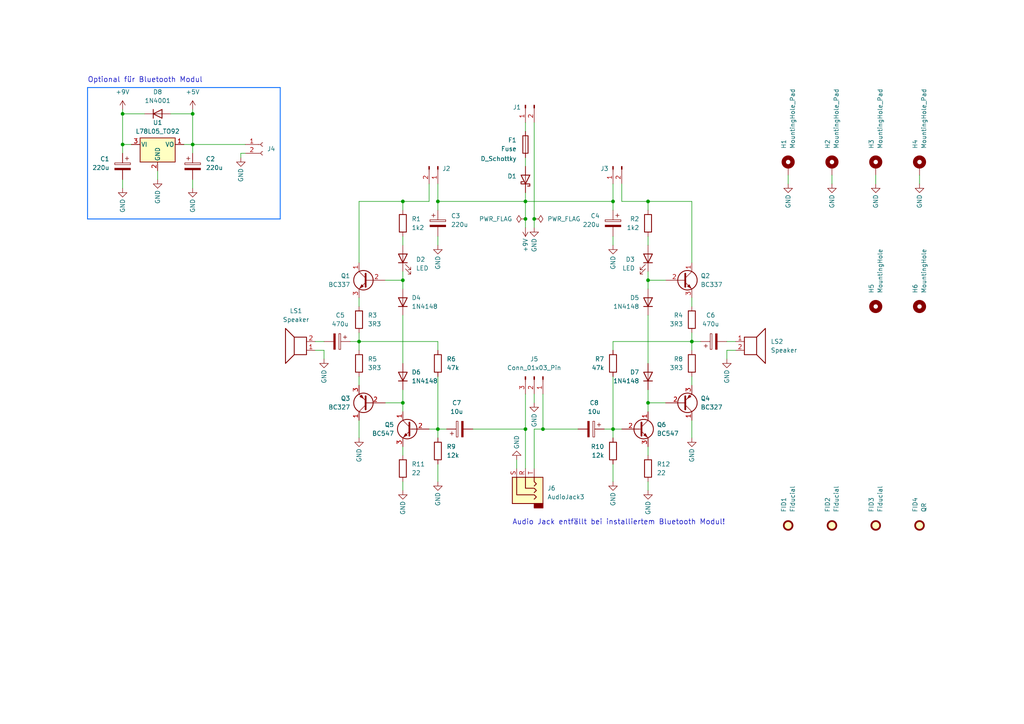
<source format=kicad_sch>
(kicad_sch (version 20230121) (generator eeschema)
  (paper "A4")
  (title_block (title "${acronym} - ${title}") (date "${date}") (rev "${revision}") (company "${company}") (comment 1 "${creator}") (comment 2 "${license}"))
  (lib_symbols
    (symbol "Connector:Conn_01x02_Pin" (pin_names (offset 1.016) hide)
      (property "Reference" "J" (at 0 2.54 0))
      (property "Value" "Conn_01x02_Pin" (at 0 -5.08 0))
      (symbol "Conn_01x02_Pin_1_1"
        (polyline (pts (xy 1.27 -2.54) (xy 0.8636 -2.54)) (stroke (width 0.1524)))
        (polyline (pts (xy 1.27 0) (xy 0.8636 0)) (stroke (width 0.1524)))
        (rectangle (start 0.8636 -2.413) (end 0 -2.667) (stroke (width 0.1524)) (fill (type outline)))
        (rectangle (start 0.8636 0.127) (end 0 -0.127) (stroke (width 0.1524)) (fill (type outline)))
        (pin passive line (at 5.08 0 180) (length 3.81) (name "Pin_1") (number "1"))
        (pin passive line (at 5.08 -2.54 180) (length 3.81) (name "Pin_2") (number "2"))
      )
    )
    (symbol "Connector:Conn_01x02_Socket" (pin_names (offset 1.016) hide)
      (property "Reference" "J" (at 0 2.54 0))
      (property "Value" "Conn_01x02_Socket" (at 0 -5.08 0))
      (symbol "Conn_01x02_Socket_1_1"
        (arc (start 0 -2.032) (mid -0.5058 -2.54) (end 0 -3.048) (stroke (width 0.1524)))
        (polyline (pts (xy -1.27 -2.54) (xy -0.508 -2.54)) (stroke (width 0.1524)))
        (polyline (pts (xy -1.27 0) (xy -0.508 0)) (stroke (width 0.1524)))
        (arc (start 0 0.508) (mid -0.5058 0) (end 0 -0.508) (stroke (width 0.1524)))
        (pin passive line (at -5.08 0 0) (length 3.81) (name "Pin_1") (number "1"))
        (pin passive line (at -5.08 -2.54 0) (length 3.81) (name "Pin_2") (number "2"))
      )
    )
    (symbol "Connector:Conn_01x03_Pin" (pin_names (offset 1.016) hide)
      (property "Reference" "J" (at 0 5.08 0))
      (property "Value" "Conn_01x03_Pin" (at 0 -5.08 0))
      (symbol "Conn_01x03_Pin_1_1"
        (polyline (pts (xy 1.27 -2.54) (xy 0.8636 -2.54)) (stroke (width 0.1524)))
        (polyline (pts (xy 1.27 0) (xy 0.8636 0)) (stroke (width 0.1524)))
        (polyline (pts (xy 1.27 2.54) (xy 0.8636 2.54)) (stroke (width 0.1524)))
        (rectangle (start 0.8636 -2.413) (end 0 -2.667) (stroke (width 0.1524)) (fill (type outline)))
        (rectangle (start 0.8636 0.127) (end 0 -0.127) (stroke (width 0.1524)) (fill (type outline)))
        (rectangle (start 0.8636 2.667) (end 0 2.413) (stroke (width 0.1524)) (fill (type outline)))
        (pin passive line (at 5.08 2.54 180) (length 3.81) (name "Pin_1") (number "1"))
        (pin passive line (at 5.08 0 180) (length 3.81) (name "Pin_2") (number "2"))
        (pin passive line (at 5.08 -2.54 180) (length 3.81) (name "Pin_3") (number "3"))
      )
    )
    (symbol "Connector_Audio:AudioJack3"
      (property "Reference" "J" (at 0 8.89 0))
      (property "Value" "AudioJack3" (at 0 6.35 0))
      (symbol "AudioJack3_0_1"
        (rectangle (start -5.08 -5.08) (end -6.35 -2.54) (stroke (width 0.254)) (fill (type outline)))
        (polyline (pts (xy 0 -2.54) (xy 0.635 -3.175) (xy 1.27 -2.54) (xy 2.54 -2.54)) (stroke (width 0.254)))
        (polyline (pts (xy -1.905 -2.54) (xy -1.27 -3.175) (xy -0.635 -2.54) (xy -0.635 0) (xy 2.54 0)) (stroke (width 0.254)))
        (polyline (pts (xy 2.54 2.54) (xy -2.54 2.54) (xy -2.54 -2.54) (xy -3.175 -3.175) (xy -3.81 -2.54)) (stroke (width 0.254)))
        (rectangle (start 2.54 3.81) (end -5.08 -5.08) (stroke (width 0.254)) (fill (type background)))
      )
      (symbol "AudioJack3_1_1"
        (pin passive line (at 5.08 0 180) (length 2.54) (name "~") (number "R"))
        (pin passive line (at 5.08 2.54 180) (length 2.54) (name "~") (number "S"))
        (pin passive line (at 5.08 -2.54 180) (length 2.54) (name "~") (number "T"))
      )
    )
    (symbol "Device:C_Polarized" (pin_numbers hide) (pin_names (offset 0.254))
      (property "Reference" "C" (at 0.635 2.54 0))
      (property "Value" "C_Polarized" (at 0.635 -2.54 0))
      (symbol "C_Polarized_0_1"
        (rectangle (start -2.286 0.508) (end 2.286 1.016))
        (polyline (pts (xy -1.778 2.286) (xy -0.762 2.286)))
        (polyline (pts (xy -1.27 2.794) (xy -1.27 1.778)))
        (rectangle (start 2.286 -0.508) (end -2.286 -1.016) (fill (type outline)))
      )
      (symbol "C_Polarized_1_1"
        (pin passive line (at 0 3.81 270) (length 2.794) (name "~") (number "1"))
        (pin passive line (at 0 -3.81 90) (length 2.794) (name "~") (number "2"))
      )
    )
    (symbol "Device:D" (pin_numbers hide) (pin_names (offset 1.016) hide)
      (property "Reference" "D" (at 0 2.54 0))
      (property "Value" "D" (at 0 -2.54 0))
      (symbol "D_0_1"
        (polyline (pts (xy -1.27 1.27) (xy -1.27 -1.27)) (stroke (width 0.254)))
        (polyline (pts (xy 1.27 0) (xy -1.27 0)))
        (polyline (pts (xy 1.27 1.27) (xy 1.27 -1.27) (xy -1.27 0) (xy 1.27 1.27)) (stroke (width 0.254)))
      )
      (symbol "D_1_1"
        (pin passive line (at -3.81 0 0) (length 2.54) (name "K") (number "1"))
        (pin passive line (at 3.81 0 180) (length 2.54) (name "A") (number "2"))
      )
    )
    (symbol "Device:D_Schottky" (pin_numbers hide) (pin_names (offset 1.016) hide)
      (property "Reference" "D" (at 0 2.54 0))
      (property "Value" "D_Schottky" (at 0 -2.54 0))
      (symbol "D_Schottky_0_1"
        (polyline (pts (xy 1.27 0) (xy -1.27 0)))
        (polyline (pts (xy 1.27 1.27) (xy 1.27 -1.27) (xy -1.27 0) (xy 1.27 1.27)) (stroke (width 0.254)))
        (polyline (pts (xy -1.905 0.635) (xy -1.905 1.27) (xy -1.27 1.27) (xy -1.27 -1.27) (xy -0.635 -1.27) (xy -0.635 -0.635)) (stroke (width 0.254)))
      )
      (symbol "D_Schottky_1_1"
        (pin passive line (at -3.81 0 0) (length 2.54) (name "K") (number "1"))
        (pin passive line (at 3.81 0 180) (length 2.54) (name "A") (number "2"))
      )
    )
    (symbol "Device:Fuse" (pin_numbers hide) (pin_names (offset 0))
      (property "Reference" "F" (at 2.032 0 90))
      (property "Value" "Fuse" (at -1.905 0 90))
      (symbol "Fuse_0_1"
        (rectangle (start -0.762 -2.54) (end 0.762 2.54) (stroke (width 0.254)))
        (polyline (pts (xy 0 2.54) (xy 0 -2.54)))
      )
      (symbol "Fuse_1_1"
        (pin passive line (at 0 3.81 270) (length 1.27) (name "~") (number "1"))
        (pin passive line (at 0 -3.81 90) (length 1.27) (name "~") (number "2"))
      )
    )
    (symbol "Device:LED" (pin_numbers hide) (pin_names (offset 1.016) hide)
      (property "Reference" "D" (at 0 2.54 0))
      (property "Value" "LED" (at 0 -2.54 0))
      (symbol "LED_0_1"
        (polyline (pts (xy -1.27 -1.27) (xy -1.27 1.27)) (stroke (width 0.254)))
        (polyline (pts (xy -1.27 0) (xy 1.27 0)))
        (polyline (pts (xy 1.27 -1.27) (xy 1.27 1.27) (xy -1.27 0) (xy 1.27 -1.27)) (stroke (width 0.254)))
        (polyline (pts (xy -3.048 -0.762) (xy -4.572 -2.286) (xy -3.81 -2.286) (xy -4.572 -2.286) (xy -4.572 -1.524)))
        (polyline (pts (xy -1.778 -0.762) (xy -3.302 -2.286) (xy -2.54 -2.286) (xy -3.302 -2.286) (xy -3.302 -1.524)))
      )
      (symbol "LED_1_1"
        (pin passive line (at -3.81 0 0) (length 2.54) (name "K") (number "1"))
        (pin passive line (at 3.81 0 180) (length 2.54) (name "A") (number "2"))
      )
    )
    (symbol "Device:R" (pin_numbers hide) (pin_names (offset 0))
      (property "Reference" "R" (at 2.032 0 90))
      (property "Value" "R" (at 0 0 90))
      (symbol "R_0_1"
        (rectangle (start -1.016 -2.54) (end 1.016 2.54) (stroke (width 0.254)))
      )
      (symbol "R_1_1"
        (pin passive line (at 0 3.81 270) (length 1.27) (name "~") (number "1"))
        (pin passive line (at 0 -3.81 90) (length 1.27) (name "~") (number "2"))
      )
    )
    (symbol "Device:Speaker" (pin_names (offset 0) hide)
      (property "Reference" "LS" (at 1.27 5.715 0))
      (property "Value" "Speaker" (at 1.27 3.81 0))
      (symbol "Speaker_0_0"
        (rectangle (start -2.54 1.27) (end 1.016 -3.81) (stroke (width 0.254)))
        (polyline (pts (xy 1.016 1.27) (xy 3.556 3.81) (xy 3.556 -6.35) (xy 1.016 -3.81)) (stroke (width 0.254)))
      )
      (symbol "Speaker_1_1"
        (pin input line (at -5.08 0 0) (length 2.54) (name "1") (number "1"))
        (pin input line (at -5.08 -2.54 0) (length 2.54) (name "2") (number "2"))
      )
    )
    (symbol "Diode:1N4001" (pin_numbers hide) (pin_names hide)
      (property "Reference" "D" (at 0 2.54 0))
      (property "Value" "1N4001" (at 0 -2.54 0))
      (symbol "1N4001_0_1"
        (polyline (pts (xy -1.27 1.27) (xy -1.27 -1.27)) (stroke (width 0.254)))
        (polyline (pts (xy 1.27 0) (xy -1.27 0)))
        (polyline (pts (xy 1.27 1.27) (xy 1.27 -1.27) (xy -1.27 0) (xy 1.27 1.27)) (stroke (width 0.254)))
      )
      (symbol "1N4001_1_1"
        (pin passive line (at -3.81 0 0) (length 2.54) (name "K") (number "1"))
        (pin passive line (at 3.81 0 180) (length 2.54) (name "A") (number "2"))
      )
    )
    (symbol "Mechanical:Fiducial"
      (property "Reference" "FID" (at 0 5.08 0))
      (property "Value" "Fiducial" (at 0 3.175 0))
      (symbol "Fiducial_0_1"
        (circle (center 0 0) (radius 1.27) (stroke (width 0.508)) (fill (type background)))
      )
    )
    (symbol "Mechanical:MountingHole" (pin_names (offset 1.016))
      (property "Reference" "H" (at 0 5.08 0))
      (property "Value" "MountingHole" (at 0 3.175 0))
      (symbol "MountingHole_0_1"
        (circle (center 0 0) (radius 1.27) (stroke (width 1.27)))
      )
    )
    (symbol "Mechanical:MountingHole_Pad" (pin_numbers hide) (pin_names (offset 1.016) hide)
      (property "Reference" "H" (at 0 6.35 0))
      (property "Value" "MountingHole_Pad" (at 0 4.445 0))
      (symbol "MountingHole_Pad_0_1"
        (circle (center 0 1.27) (radius 1.27) (stroke (width 1.27)))
      )
      (symbol "MountingHole_Pad_1_1"
        (pin input line (at 0 -2.54 90) (length 2.54) (name "1") (number "1"))
      )
    )
    (symbol "Regulator_Linear:L78L05_TO92" (pin_names (offset 0.254))
      (property "Reference" "U" (at -3.81 3.175 0))
      (property "Value" "L78L05_TO92" (at 0 3.175 0))
      (symbol "L78L05_TO92_0_1"
        (rectangle (start -5.08 -5.08) (end 5.08 1.905) (stroke (width 0.254)) (fill (type background)))
      )
      (symbol "L78L05_TO92_1_1"
        (pin power_out line (at 7.62 0 180) (length 2.54) (name "VO") (number "1"))
        (pin power_in line (at 0 -7.62 90) (length 2.54) (name "GND") (number "2"))
        (pin power_in line (at -7.62 0 0) (length 2.54) (name "VI") (number "3"))
      )
    )
    (symbol "Transistor_BJT:BC327" (pin_names (offset 0) hide)
      (property "Reference" "Q" (at 5.08 1.905 0))
      (property "Value" "BC327" (at 5.08 0 0))
      (symbol "BC327_0_1"
        (polyline (pts (xy 0.635 0.635) (xy 2.54 2.54)))
        (polyline (pts (xy 0.635 -0.635) (xy 2.54 -2.54) (xy 2.54 -2.54)))
        (polyline (pts (xy 0.635 1.905) (xy 0.635 -1.905) (xy 0.635 -1.905)) (stroke (width 0.508)))
        (polyline (pts (xy 2.286 -1.778) (xy 1.778 -2.286) (xy 1.27 -1.27) (xy 2.286 -1.778) (xy 2.286 -1.778)) (fill (type outline)))
        (circle (center 1.27 0) (radius 2.8194) (stroke (width 0.254)))
      )
      (symbol "BC327_1_1"
        (pin passive line (at 2.54 5.08 270) (length 2.54) (name "C") (number "1"))
        (pin input line (at -5.08 0 0) (length 5.715) (name "B") (number "2"))
        (pin passive line (at 2.54 -5.08 90) (length 2.54) (name "E") (number "3"))
      )
    )
    (symbol "Transistor_BJT:BC337" (pin_names (offset 0) hide)
      (property "Reference" "Q" (at 5.08 1.905 0))
      (property "Value" "BC337" (at 5.08 0 0))
      (symbol "BC337_0_1"
        (polyline (pts (xy 0 0) (xy 0.635 0)))
        (polyline (pts (xy 0.635 0.635) (xy 2.54 2.54)))
        (polyline (pts (xy 0.635 -0.635) (xy 2.54 -2.54) (xy 2.54 -2.54)))
        (polyline (pts (xy 0.635 1.905) (xy 0.635 -1.905) (xy 0.635 -1.905)) (stroke (width 0.508)))
        (polyline (pts (xy 1.27 -1.778) (xy 1.778 -1.27) (xy 2.286 -2.286) (xy 1.27 -1.778) (xy 1.27 -1.778)) (fill (type outline)))
        (circle (center 1.27 0) (radius 2.8194) (stroke (width 0.254)))
      )
      (symbol "BC337_1_1"
        (pin passive line (at 2.54 5.08 270) (length 2.54) (name "C") (number "1"))
        (pin input line (at -5.08 0 0) (length 5.08) (name "B") (number "2"))
        (pin passive line (at 2.54 -5.08 90) (length 2.54) (name "E") (number "3"))
      )
    )
    (symbol "Transistor_BJT:BC547" (pin_names (offset 0) hide)
      (property "Reference" "Q" (at 5.08 1.905 0))
      (property "Value" "BC547" (at 5.08 0 0))
      (symbol "BC547_0_1"
        (polyline (pts (xy 0 0) (xy 0.635 0)))
        (polyline (pts (xy 0.635 0.635) (xy 2.54 2.54)))
        (polyline (pts (xy 0.635 -0.635) (xy 2.54 -2.54) (xy 2.54 -2.54)))
        (polyline (pts (xy 0.635 1.905) (xy 0.635 -1.905) (xy 0.635 -1.905)) (stroke (width 0.508)))
        (polyline (pts (xy 1.27 -1.778) (xy 1.778 -1.27) (xy 2.286 -2.286) (xy 1.27 -1.778) (xy 1.27 -1.778)) (fill (type outline)))
        (circle (center 1.27 0) (radius 2.8194) (stroke (width 0.254)))
      )
      (symbol "BC547_1_1"
        (pin passive line (at 2.54 5.08 270) (length 2.54) (name "C") (number "1"))
        (pin input line (at -5.08 0 0) (length 5.08) (name "B") (number "2"))
        (pin passive line (at 2.54 -5.08 90) (length 2.54) (name "E") (number "3"))
      )
    )
    (symbol "power:+5V" (power) (pin_names (offset 0))
      (property "Value" "+5V" (at 0 3.556 0))
      (symbol "+5V_0_1"
        (polyline (pts (xy -0.762 1.27) (xy 0 2.54)))
        (polyline (pts (xy 0 0) (xy 0 2.54)))
        (polyline (pts (xy 0 2.54) (xy 0.762 1.27)))
      )
      (symbol "+5V_1_1"
        (pin power_in line (at 0 0 90) (length 0) hide (name "+5V") (number "1"))
      )
    )
    (symbol "power:+9V" (power) (pin_names (offset 0))
      (property "Value" "+9V" (at 0 3.556 0))
      (symbol "+9V_0_1"
        (polyline (pts (xy -0.762 1.27) (xy 0 2.54)))
        (polyline (pts (xy 0 0) (xy 0 2.54)))
        (polyline (pts (xy 0 2.54) (xy 0.762 1.27)))
      )
      (symbol "+9V_1_1"
        (pin power_in line (at 0 0 90) (length 0) hide (name "+9V") (number "1"))
      )
    )
    (symbol "power:GND" (power) (pin_names (offset 0))
      (property "Value" "GND" (at 0 -3.81 0))
      (symbol "GND_0_1"
        (polyline (pts (xy 0 0) (xy 0 -1.27) (xy 1.27 -1.27) (xy 0 -2.54) (xy -1.27 -1.27) (xy 0 -1.27)))
      )
      (symbol "GND_1_1"
        (pin power_in line (at 0 0 270) (length 0) hide (name "GND") (number "1"))
      )
    )
    (symbol "power:PWR_FLAG" (power) (pin_numbers hide) (pin_names (offset 0) hide)
      (property "Value" "PWR_FLAG" (at 0 3.81 0))
      (symbol "PWR_FLAG_0_0"
        (pin power_out line (at 0 0 90) (length 0) (name "pwr") (number "1"))
      )
      (symbol "PWR_FLAG_0_1"
        (polyline (pts (xy 0 0) (xy 0 1.27) (xy -1.016 1.905) (xy 0 2.54) (xy 1.016 1.905) (xy 0 1.27)))
      )
    )
  )
  (junction (at 35.56 33.02))
  (junction (at 152.4 63.5))
  (junction (at 157.48 124.46))
  (junction (at 35.56 41.91))
  (junction (at 127 124.46))
  (junction (at 154.94 63.5))
  (junction (at 104.14 99.06))
  (junction (at 187.96 81.28))
  (junction (at 187.96 58.42))
  (junction (at 152.4 58.42))
  (junction (at 200.66 99.06))
  (junction (at 187.96 116.84))
  (junction (at 152.4 124.46))
  (junction (at 116.84 116.84))
  (junction (at 55.88 41.91))
  (junction (at 55.88 33.02))
  (junction (at 177.8 58.42))
  (junction (at 127 58.42))
  (junction (at 177.8 124.46))
  (junction (at 116.84 81.28))
  (junction (at 116.84 58.42))
  (wire (pts (xy 127 53.34) (xy 127 58.42)))
  (wire (pts (xy 154.94 114.3) (xy 154.94 116.84)))
  (wire (pts (xy 177.8 101.6) (xy 177.8 99.06)))
  (wire (pts (xy 187.96 129.54) (xy 187.96 132.08)))
  (wire (pts (xy 124.46 53.34) (xy 124.46 58.42)))
  (wire (pts (xy 116.84 81.28) (xy 116.84 83.82)))
  (wire (pts (xy 210.82 101.6) (xy 210.82 104.14)))
  (wire (pts (xy 177.8 58.42) (xy 177.8 60.96)))
  (wire (pts (xy 104.14 109.22) (xy 104.14 111.76)))
  (wire (pts (xy 124.46 124.46) (xy 127 124.46)))
  (wire (pts (xy 180.34 124.46) (xy 177.8 124.46)))
  (wire (pts (xy 35.56 31.75) (xy 35.56 33.02)))
  (wire (pts (xy 152.4 55.88) (xy 152.4 58.42)))
  (wire (pts (xy 35.56 33.02) (xy 35.56 41.91)))
  (wire (pts (xy 127 68.58) (xy 127 71.12)))
  (wire (pts (xy 91.44 101.6) (xy 93.98 101.6)))
  (wire (pts (xy 104.14 58.42) (xy 116.84 58.42)))
  (wire (pts (xy 55.88 41.91) (xy 71.12 41.91)))
  (wire (pts (xy 137.16 124.46) (xy 152.4 124.46)))
  (wire (pts (xy 187.96 116.84) (xy 187.96 113.03)))
  (wire (pts (xy 177.8 134.62) (xy 177.8 139.7)))
  (wire (pts (xy 187.96 116.84) (xy 187.96 119.38)))
  (wire (pts (xy 116.84 78.74) (xy 116.84 81.28)))
  (wire (pts (xy 187.96 58.42) (xy 187.96 60.96)))
  (polyline (pts (xy 25.4 63.5) (xy 81.28 63.5)) (stroke (width 0.25) (type solid) (color 3 107 255 1)))
  (wire (pts (xy 127 109.22) (xy 127 124.46)))
  (wire (pts (xy 200.66 76.2) (xy 200.66 58.42)))
  (wire (pts (xy 93.98 101.6) (xy 93.98 104.14)))
  (wire (pts (xy 200.66 121.92) (xy 200.66 127)))
  (wire (pts (xy 127 124.46) (xy 129.54 124.46)))
  (wire (pts (xy 175.26 124.46) (xy 177.8 124.46)))
  (wire (pts (xy 116.84 139.7) (xy 116.84 142.24)))
  (wire (pts (xy 266.7 50.8) (xy 266.7 53.34)))
  (wire (pts (xy 104.14 99.06) (xy 127 99.06)))
  (wire (pts (xy 154.94 63.5) (xy 154.94 66.04)))
  (wire (pts (xy 127 124.46) (xy 127 127)))
  (wire (pts (xy 116.84 113.03) (xy 116.84 116.84)))
  (wire (pts (xy 177.8 58.42) (xy 152.4 58.42)))
  (wire (pts (xy 152.4 45.72) (xy 152.4 48.26)))
  (wire (pts (xy 177.8 68.58) (xy 177.8 71.12)))
  (wire (pts (xy 193.04 116.84) (xy 187.96 116.84)))
  (wire (pts (xy 45.72 49.53) (xy 45.72 52.07)))
  (wire (pts (xy 55.88 41.91) (xy 55.88 44.45)))
  (wire (pts (xy 116.84 129.54) (xy 116.84 132.08)))
  (wire (pts (xy 187.96 91.44) (xy 187.96 105.41)))
  (wire (pts (xy 187.96 139.7) (xy 187.96 142.24)))
  (wire (pts (xy 200.66 86.36) (xy 200.66 88.9)))
  (wire (pts (xy 53.34 41.91) (xy 55.88 41.91)))
  (wire (pts (xy 111.76 81.28) (xy 116.84 81.28)))
  (polyline (pts (xy 25.4 25.4) (xy 25.4 63.5)) (stroke (width 0.25) (type solid) (color 3 107 255 1)))
  (wire (pts (xy 69.85 44.45) (xy 71.12 44.45)))
  (wire (pts (xy 69.85 45.72) (xy 69.85 44.45)))
  (wire (pts (xy 104.14 96.52) (xy 104.14 99.06)))
  (wire (pts (xy 55.88 52.07) (xy 55.88 54.61)))
  (wire (pts (xy 187.96 68.58) (xy 187.96 71.12)))
  (wire (pts (xy 177.8 109.22) (xy 177.8 124.46)))
  (wire (pts (xy 127 101.6) (xy 127 99.06)))
  (wire (pts (xy 152.4 58.42) (xy 152.4 63.5)))
  (wire (pts (xy 254 50.8) (xy 254 53.34)))
  (wire (pts (xy 116.84 68.58) (xy 116.84 71.12)))
  (wire (pts (xy 152.4 63.5) (xy 152.4 66.04)))
  (wire (pts (xy 111.76 116.84) (xy 116.84 116.84)))
  (wire (pts (xy 154.94 124.46) (xy 154.94 135.89)))
  (wire (pts (xy 157.48 124.46) (xy 167.64 124.46)))
  (wire (pts (xy 180.34 53.34) (xy 180.34 58.42)))
  (wire (pts (xy 104.14 99.06) (xy 104.14 101.6)))
  (wire (pts (xy 149.86 133.35) (xy 149.86 135.89)))
  (wire (pts (xy 104.14 76.2) (xy 104.14 58.42)))
  (wire (pts (xy 116.84 116.84) (xy 116.84 119.38)))
  (wire (pts (xy 35.56 41.91) (xy 35.56 44.45)))
  (wire (pts (xy 187.96 78.74) (xy 187.96 81.28)))
  (wire (pts (xy 187.96 81.28) (xy 187.96 83.82)))
  (wire (pts (xy 152.4 114.3) (xy 152.4 124.46)))
  (wire (pts (xy 241.3 50.8) (xy 241.3 53.34)))
  (polyline (pts (xy 25.4 25.4) (xy 81.28 25.4)) (stroke (width 0.25) (type solid) (color 3 107 255 1)))
  (wire (pts (xy 213.36 101.6) (xy 210.82 101.6)))
  (wire (pts (xy 104.14 86.36) (xy 104.14 88.9)))
  (wire (pts (xy 200.66 99.06) (xy 203.2 99.06)))
  (wire (pts (xy 157.48 114.3) (xy 157.48 124.46)))
  (wire (pts (xy 91.44 99.06) (xy 93.98 99.06)))
  (wire (pts (xy 200.66 109.22) (xy 200.66 111.76)))
  (wire (pts (xy 104.14 121.92) (xy 104.14 127)))
  (wire (pts (xy 127 58.42) (xy 152.4 58.42)))
  (wire (pts (xy 35.56 33.02) (xy 41.91 33.02)))
  (polyline (pts (xy 81.28 25.4) (xy 81.28 63.5)) (stroke (width 0.25) (type solid) (color 3 107 255 1)))
  (wire (pts (xy 55.88 31.75) (xy 55.88 33.02)))
  (wire (pts (xy 180.34 58.42) (xy 187.96 58.42)))
  (wire (pts (xy 101.6 99.06) (xy 104.14 99.06)))
  (wire (pts (xy 200.66 96.52) (xy 200.66 99.06)))
  (wire (pts (xy 116.84 91.44) (xy 116.84 105.41)))
  (wire (pts (xy 35.56 41.91) (xy 38.1 41.91)))
  (wire (pts (xy 200.66 58.42) (xy 187.96 58.42)))
  (wire (pts (xy 177.8 124.46) (xy 177.8 127)))
  (wire (pts (xy 116.84 58.42) (xy 124.46 58.42)))
  (wire (pts (xy 127 58.42) (xy 127 60.96)))
  (wire (pts (xy 187.96 81.28) (xy 193.04 81.28)))
  (wire (pts (xy 177.8 53.34) (xy 177.8 58.42)))
  (wire (pts (xy 177.8 99.06) (xy 200.66 99.06)))
  (wire (pts (xy 127 134.62) (xy 127 139.7)))
  (wire (pts (xy 200.66 99.06) (xy 200.66 101.6)))
  (wire (pts (xy 152.4 35.56) (xy 152.4 38.1)))
  (wire (pts (xy 228.6 50.8) (xy 228.6 53.34)))
  (wire (pts (xy 210.82 99.06) (xy 213.36 99.06)))
  (wire (pts (xy 55.88 33.02) (xy 55.88 41.91)))
  (wire (pts (xy 116.84 58.42) (xy 116.84 60.96)))
  (wire (pts (xy 152.4 124.46) (xy 152.4 135.89)))
  (wire (pts (xy 154.94 124.46) (xy 157.48 124.46)))
  (wire (pts (xy 35.56 52.07) (xy 35.56 54.61)))
  (wire (pts (xy 49.53 33.02) (xy 55.88 33.02)))
  (wire (pts (xy 154.94 35.56) (xy 154.94 63.5)))
  (text "Audio Jack entfällt bei installiertem Bluetooth Modul!" (at 148.59 152.4 0) (effects (font (size 1.5 1.5)) (justify left bottom)))
  (text "Optional für Bluetooth Modul" (at 25.4 24.13 0) (effects (font (size 1.5 1.5)) (justify left bottom)))
  (symbol (lib_id "Device:R") (at 200.66 92.71 0) (mirror y) (unit 1)
    (property "Reference" "R4" (at 198.12 91.4399 0) (effects (justify left)))
    (property "Value" "3R3" (at 198.12 93.9799 0) (effects (justify left)))
    (property "Footprint" "Resistor_THT:R_Axial_DIN0207_L6.3mm_D2.5mm_P10.16mm_Horizontal" (effects hide))
    (property "Vendor" "HTL" (effects hide))
    (property "VendorId" "102770" (effects hide))
  )
  (symbol (lib_id "Device:R") (at 177.8 105.41 0) (unit 1)
    (property "Reference" "R7" (at 175.26 104.1399 0) (effects (justify right)))
    (property "Value" "47k" (at 175.26 106.6799 0) (effects (justify right)))
    (property "Footprint" "Resistor_THT:R_Axial_DIN0207_L6.3mm_D2.5mm_P10.16mm_Horizontal" (effects hide))
    (property "Vendor" "HTL" (effects hide))
    (property "VendorId" "102820" (effects hide))
  )
  (symbol (lib_id "Mechanical:MountingHole_Pad") (at 254 48.26 0) (unit 1)
    (property "Reference" "H3" (at 252.73 43.18 90) (effects (justify left)))
    (property "Value" "MountingHole_Pad" (at 255.27 43.18 90) (effects (justify left)))
    (property "Footprint" "MountingHole:MountingHole_3.2mm_M3_DIN965_Pad" (effects hide))
  )
  (symbol (lib_id "power:GND") (at 266.7 53.34 0) (unit 1)
    (property "Reference" "#PWR07" (effects hide))
    (property "Value" "GND" (at 266.7 58.42 90))
  )
  (symbol (lib_id "Mechanical:Fiducial") (at 254 152.4 0) (unit 1)
    (property "Reference" "FID3" (at 252.73 148.59 90) (effects (justify left)))
    (property "Value" "Fiducial" (at 255.27 148.59 90) (effects (justify left)))
    (property "Footprint" "Symbol:WEEE-Logo_4.2x6mm_SilkScreen" (effects hide))
  )
  (symbol (lib_id "power:GND") (at 93.98 104.14 0) (unit 1)
    (property "Reference" "#PWR014" (effects hide))
    (property "Value" "GND" (at 93.98 109.22 90))
  )
  (symbol (lib_id "Device:R") (at 104.14 105.41 0) (unit 1)
    (property "Reference" "R5" (at 106.68 104.1399 0) (effects (justify left)))
    (property "Value" "3R3" (at 106.68 106.6799 0) (effects (justify left)))
    (property "Footprint" "Resistor_THT:R_Axial_DIN0207_L6.3mm_D2.5mm_P10.16mm_Horizontal" (effects hide))
    (property "Vendor" "HTL" (effects hide))
    (property "VendorId" "102770" (effects hide))
  )
  (symbol (lib_id "Mechanical:MountingHole") (at 254 88.9 0) (unit 1)
    (property "Reference" "H5" (at 252.73 85.09 90) (effects (justify left)))
    (property "Value" "MountingHole" (at 255.27 85.09 90) (effects (justify left)))
    (property "Footprint" "MountingHole:MountingHole_3.2mm_M3" (effects hide))
    (property "Vendor" "HTL" (effects hide))
    (property "VendorId" "100967, 101233, 101210" (effects hide))
  )
  (symbol (lib_id "power:GND") (at 210.82 104.14 0) (unit 1)
    (property "Reference" "#PWR015" (effects hide))
    (property "Value" "GND" (at 210.82 109.22 90))
  )
  (symbol (lib_id "Connector:Conn_01x03_Pin") (at 154.94 109.22 270) (unit 1)
    (property "Reference" "J5" (at 154.94 104.14 90))
    (property "Value" "Conn_01x03_Pin" (at 154.94 106.68 90))
    (property "Footprint" "Connector_PinHeader_2.54mm:PinHeader_1x03_P2.54mm_Vertical" (effects hide))
    (property "Vendor" "HTL" (effects hide))
    (property "VendorId" "101521" (effects hide))
  )
  (symbol (lib_id "Device:R") (at 127 130.81 0) (unit 1)
    (property "Reference" "R9" (at 129.54 129.5399 0) (effects (justify left)))
    (property "Value" "12k" (at 129.54 132.0799 0) (effects (justify left)))
    (property "Footprint" "Resistor_THT:R_Axial_DIN0207_L6.3mm_D2.5mm_P10.16mm_Horizontal" (effects hide))
    (property "Vendor" "HTL" (effects hide))
    (property "VendorId" "102813" (effects hide))
  )
  (symbol (lib_id "power:+5V") (at 55.88 31.75 0) (unit 1)
    (property "Reference" "#PWR02" (effects hide))
    (property "Value" "+5V" (at 55.88 26.67 0))
  )
  (symbol (lib_id "power:GND") (at 104.14 127 0) (unit 1)
    (property "Reference" "#PWR017" (effects hide))
    (property "Value" "GND" (at 104.14 132.08 90))
  )
  (symbol (lib_id "power:GND") (at 149.86 133.35 0) (mirror x) (unit 1)
    (property "Reference" "#PWR019" (effects hide))
    (property "Value" "GND" (at 149.86 128.27 90))
  )
  (symbol (lib_id "power:GND") (at 45.72 52.07 0) (unit 1)
    (property "Reference" "#PWR0101" (effects hide))
    (property "Value" "GND" (at 45.72 57.15 90))
  )
  (symbol (lib_id "Device:R") (at 187.96 135.89 0) (mirror y) (unit 1)
    (property "Reference" "R12" (at 190.5 134.6199 0) (effects (justify right)))
    (property "Value" "22" (at 190.5 137.1599 0) (effects (justify right)))
    (property "Footprint" "Resistor_THT:R_Axial_DIN0207_L6.3mm_D2.5mm_P10.16mm_Horizontal" (effects hide))
    (property "Vendor" "HTL" (effects hide))
    (property "VendorId" "102779" (effects hide))
  )
  (symbol (lib_id "Transistor_BJT:BC337") (at 106.68 81.28 0) (mirror y) (unit 1)
    (property "Reference" "Q1" (at 101.6 80.0099 0) (effects (justify left)))
    (property "Value" "BC337" (at 101.6 82.5499 0) (effects (justify left)))
    (property "Footprint" "Package_TO_SOT_THT:TO-92_Wide" (effects hide))
    (property "Datasheet" "https://diotec.com/tl_files/diotec/files/pdf/datasheets/bc337.pdf" (effects hide))
    (property "Vendor" "HTL" (effects hide))
    (property "VendorId" "100212" (effects hide))
  )
  (symbol (lib_id "Device:D") (at 187.96 87.63 270) (mirror x) (unit 1)
    (property "Reference" "D5" (at 185.42 86.3599 90) (effects (justify right)))
    (property "Value" "1N4148" (at 185.42 88.8999 90) (effects (justify right)))
    (property "Footprint" "Diode_THT:D_T-1_P10.16mm_Horizontal" (effects hide))
    (property "Sim.Device" "D" (effects hide))
    (property "Sim.Pins" "1=K 2=A" (effects hide))
    (property "Vendor" "HTL" (effects hide))
    (property "VendorId" "100176" (effects hide))
  )
  (symbol (lib_id "Device:D") (at 116.84 109.22 90) (unit 1)
    (property "Reference" "D6" (at 119.38 107.9499 90) (effects (justify right)))
    (property "Value" "1N4148" (at 119.38 110.4899 90) (effects (justify right)))
    (property "Footprint" "Diode_THT:D_T-1_P10.16mm_Horizontal" (effects hide))
    (property "Sim.Device" "D" (effects hide))
    (property "Sim.Pins" "1=K 2=A" (effects hide))
    (property "Vendor" "HTL" (effects hide))
    (property "VendorId" "100176" (effects hide))
  )
  (symbol (lib_id "Device:Speaker") (at 218.44 99.06 0) (unit 1)
    (property "Reference" "LS2" (at 223.52 99.0599 0) (effects (justify left)))
    (property "Value" "Speaker" (at 223.52 101.5999 0) (effects (justify left)))
    (property "Footprint" "TerminalBlock:TerminalBlock_bornier-2_P5.08mm" (effects hide))
    (property "Vendor" "HTL" (effects hide))
    (property "VendorId" "101498" (effects hide))
  )
  (symbol (lib_id "Device:C_Polarized") (at 97.79 99.06 270) (unit 1)
    (property "Reference" "C5" (at 98.679 91.44 90))
    (property "Value" "470u" (at 98.679 93.98 90))
    (property "Footprint" "Capacitor_THT:CP_Radial_D8.0mm_P3.50mm" (effects hide))
    (property "Vendor" "HTL" (effects hide))
    (property "VendorId" "100364" (effects hide))
  )
  (symbol (lib_id "Transistor_BJT:BC327") (at 106.68 116.84 180) (unit 1)
    (property "Reference" "Q3" (at 101.6 115.5699 0) (effects (justify left)))
    (property "Value" "BC327" (at 101.6 118.1099 0) (effects (justify left)))
    (property "Footprint" "Package_TO_SOT_THT:TO-92_Wide" (effects hide))
    (property "Datasheet" "http://www.onsemi.com/pub_link/Collateral/BC327-D.PDF" (effects hide))
    (property "Vendor" "HTL" (effects hide))
    (property "VendorId" "100211" (effects hide))
  )
  (symbol (lib_id "Device:C_Polarized") (at 171.45 124.46 270) (unit 1)
    (property "Reference" "C8" (at 172.339 116.84 90))
    (property "Value" "10u" (at 172.339 119.38 90))
    (property "Footprint" "Capacitor_THT:CP_Radial_D5.0mm_P2.00mm" (effects hide))
    (property "Vendor" "HTL" (effects hide))
    (property "VendorId" "100353" (effects hide))
  )
  (symbol (lib_id "power:GND") (at 200.66 127 0) (unit 1)
    (property "Reference" "#PWR018" (effects hide))
    (property "Value" "GND" (at 200.66 132.08 90))
  )
  (symbol (lib_id "Device:R") (at 187.96 64.77 0) (mirror y) (unit 1)
    (property "Reference" "R2" (at 185.42 63.4999 0) (effects (justify left)))
    (property "Value" "1k2" (at 185.42 66.0399 0) (effects (justify left)))
    (property "Footprint" "Resistor_THT:R_Axial_DIN0207_L6.3mm_D2.5mm_P10.16mm_Horizontal" (effects hide))
    (property "Vendor" "HTL" (effects hide))
    (property "VendorId" "102801" (effects hide))
  )
  (symbol (lib_id "Mechanical:MountingHole_Pad") (at 266.7 48.26 0) (unit 1)
    (property "Reference" "H4" (at 265.43 43.18 90) (effects (justify left)))
    (property "Value" "MountingHole_Pad" (at 267.97 43.18 90) (effects (justify left)))
    (property "Footprint" "MountingHole:MountingHole_3.2mm_M3_DIN965_Pad" (effects hide))
  )
  (symbol (lib_id "Device:R") (at 127 105.41 0) (unit 1)
    (property "Reference" "R6" (at 129.54 104.1399 0) (effects (justify left)))
    (property "Value" "47k" (at 129.54 106.6799 0) (effects (justify left)))
    (property "Footprint" "Resistor_THT:R_Axial_DIN0207_L6.3mm_D2.5mm_P10.16mm_Horizontal" (effects hide))
    (property "Vendor" "HTL" (effects hide))
    (property "VendorId" "102820" (effects hide))
  )
  (symbol (lib_id "Device:C_Polarized") (at 177.8 64.77 0) (mirror y) (unit 1)
    (property "Reference" "C4" (at 173.99 62.6109 0) (effects (justify left)))
    (property "Value" "220u" (at 173.99 65.1509 0) (effects (justify left)))
    (property "Footprint" "Capacitor_THT:CP_Radial_D8.0mm_P3.50mm" (effects hide))
    (property "Vendor" "HTL" (effects hide))
    (property "VendorId" "100364" (effects hide))
  )
  (symbol (lib_id "Mechanical:Fiducial") (at 266.7 152.4 0) (unit 1)
    (property "Reference" "FID4" (at 265.43 148.59 90) (effects (justify left)))
    (property "Value" "QR" (at 267.97 148.59 90) (effects (justify left)))
    (property "Footprint" "Images:QR_0x007e" (effects hide))
  )
  (symbol (lib_id "Device:C_Polarized") (at 127 64.77 0) (unit 1)
    (property "Reference" "C3" (at 130.81 62.6109 0) (effects (justify left)))
    (property "Value" "220u" (at 130.81 65.1509 0) (effects (justify left)))
    (property "Footprint" "Capacitor_THT:CP_Radial_D8.0mm_P3.50mm" (effects hide))
    (property "Vendor" "HTL" (effects hide))
    (property "VendorId" "100364" (effects hide))
  )
  (symbol (lib_id "Device:D") (at 116.84 87.63 90) (unit 1)
    (property "Reference" "D4" (at 119.38 86.3599 90) (effects (justify right)))
    (property "Value" "1N4148" (at 119.38 88.8999 90) (effects (justify right)))
    (property "Footprint" "Diode_THT:D_T-1_P10.16mm_Horizontal" (effects hide))
    (property "Sim.Device" "D" (effects hide))
    (property "Sim.Pins" "1=K 2=A" (effects hide))
    (property "Vendor" "HTL" (effects hide))
    (property "VendorId" "100176" (effects hide))
  )
  (symbol (lib_id "Device:LED") (at 116.84 74.93 90) (unit 1)
    (property "Reference" "D2" (at 120.65 75.2474 90) (effects (justify right)))
    (property "Value" "LED" (at 120.65 77.7874 90) (effects (justify right)))
    (property "Footprint" "LED_THT:LED_D5.0mm" (effects hide))
    (property "Vendor" "HTL" (effects hide))
    (property "VendorId" "100444" (effects hide))
  )
  (symbol (lib_id "Transistor_BJT:BC337") (at 198.12 81.28 0) (unit 1)
    (property "Reference" "Q2" (at 203.2 80.0099 0) (effects (justify left)))
    (property "Value" "BC337" (at 203.2 82.5499 0) (effects (justify left)))
    (property "Footprint" "Package_TO_SOT_THT:TO-92_Wide" (effects hide))
    (property "Datasheet" "https://diotec.com/tl_files/diotec/files/pdf/datasheets/bc337.pdf" (effects hide))
    (property "Vendor" "HTL" (effects hide))
    (property "VendorId" "100212" (effects hide))
  )
  (symbol (lib_id "power:PWR_FLAG") (at 152.4 63.5 90) (unit 1)
    (property "Reference" "#FLG02" (effects hide))
    (property "Value" "PWR_FLAG" (at 148.59 63.4999 90) (effects (justify left)))
  )
  (symbol (lib_id "power:GND") (at 116.84 142.24 0) (unit 1)
    (property "Reference" "#PWR020" (effects hide))
    (property "Value" "GND" (at 116.84 147.32 90))
  )
  (symbol (lib_id "Device:C_Polarized") (at 207.01 99.06 90) (unit 1)
    (property "Reference" "C6" (at 206.121 91.44 90))
    (property "Value" "470u" (at 206.121 93.98 90))
    (property "Footprint" "Capacitor_THT:CP_Radial_D8.0mm_P3.50mm" (effects hide))
    (property "Vendor" "HTL" (effects hide))
    (property "VendorId" "100364" (effects hide))
  )
  (symbol (lib_id "Device:Speaker") (at 86.36 101.6 180) (unit 1)
    (property "Reference" "LS1" (at 85.852 90.17 0))
    (property "Value" "Speaker" (at 85.852 92.71 0))
    (property "Footprint" "TerminalBlock:TerminalBlock_bornier-2_P5.08mm" (effects hide))
    (property "Vendor" "HTL" (effects hide))
    (property "VendorId" "101498" (effects hide))
  )
  (symbol (lib_id "Device:R") (at 104.14 92.71 0) (unit 1)
    (property "Reference" "R3" (at 106.68 91.4399 0) (effects (justify left)))
    (property "Value" "3R3" (at 106.68 93.9799 0) (effects (justify left)))
    (property "Footprint" "Resistor_THT:R_Axial_DIN0207_L6.3mm_D2.5mm_P10.16mm_Horizontal" (effects hide))
    (property "Vendor" "HTL" (effects hide))
    (property "VendorId" "102770" (effects hide))
  )
  (symbol (lib_id "power:PWR_FLAG") (at 154.94 63.5 270) (unit 1)
    (property "Reference" "#FLG01" (effects hide))
    (property "Value" "PWR_FLAG" (at 158.75 63.4999 90) (effects (justify left)))
  )
  (symbol (lib_id "Connector:Conn_01x02_Socket") (at 76.2 41.91 0) (unit 1)
    (property "Reference" "J4" (at 77.47 43.18 0) (effects (justify left)))
    (property "Value" "Conn_01x02_Socket" (effects hide))
    (property "Footprint" "Connector_PinSocket_2.54mm:PinSocket_2x01_P2.54mm_Vertical" (effects hide))
    (property "Vendor" "HTL" (effects hide))
    (property "VendorId" "101546" (effects hide))
  )
  (symbol (lib_id "Connector:Conn_01x02_Pin") (at 152.4 30.48 90) (mirror x) (unit 1)
    (property "Reference" "J1" (at 151.13 31.115 90) (effects (justify left)))
    (property "Value" "Conn_01x02_Pin" (effects hide))
    (property "Footprint" "Connector_PinHeader_2.54mm:PinHeader_1x02_P2.54mm_Vertical" (effects hide))
    (property "Vendor" "HTL" (effects hide))
    (property "VendorId" "101521" (effects hide))
  )
  (symbol (lib_id "Device:C_Polarized") (at 35.56 48.26 0) (mirror y) (unit 1)
    (property "Reference" "C1" (at 31.75 46.101 0) (effects (justify left)))
    (property "Value" "220u" (at 31.75 48.641 0) (effects (justify left)))
    (property "Footprint" "Capacitor_THT:C_Radial_D6.3mm_H5.0mm_P2.50mm" (effects hide))
  )
  (symbol (lib_id "power:GND") (at 177.8 139.7 0) (unit 1)
    (property "Reference" "#PWR023" (effects hide))
    (property "Value" "GND" (at 177.8 144.78 90))
  )
  (symbol (lib_id "power:+9V") (at 152.4 66.04 180) (unit 1)
    (property "Reference" "#PWR010" (effects hide))
    (property "Value" "+9V" (at 152.4 71.12 90))
  )
  (symbol (lib_id "power:GND") (at 35.56 54.61 0) (unit 1)
    (property "Reference" "#PWR08" (effects hide))
    (property "Value" "GND" (at 35.56 59.69 90))
  )
  (symbol (lib_id "Device:C_Polarized") (at 55.88 48.26 0) (unit 1)
    (property "Reference" "C2" (at 59.69 46.101 0) (effects (justify left)))
    (property "Value" "220u" (at 59.69 48.641 0) (effects (justify left)))
    (property "Footprint" "Capacitor_THT:C_Radial_D6.3mm_H5.0mm_P2.50mm" (effects hide))
  )
  (symbol (lib_id "Mechanical:Fiducial") (at 241.3 152.4 0) (unit 1)
    (property "Reference" "FID2" (at 240.03 148.59 90) (effects (justify left)))
    (property "Value" "Fiducial" (at 242.57 148.59 90) (effects (justify left)))
    (property "Footprint" "Symbol:OSHW-Logo2_7.3x6mm_SilkScreen" (effects hide))
  )
  (symbol (lib_id "power:GND") (at 254 53.34 0) (unit 1)
    (property "Reference" "#PWR06" (effects hide))
    (property "Value" "GND" (at 254 58.42 90))
  )
  (symbol (lib_id "power:+9V") (at 35.56 31.75 0) (unit 1)
    (property "Reference" "#PWR01" (effects hide))
    (property "Value" "+9V" (at 35.56 26.67 0))
  )
  (symbol (lib_id "power:GND") (at 55.88 54.61 0) (unit 1)
    (property "Reference" "#PWR09" (effects hide))
    (property "Value" "GND" (at 55.88 59.69 90))
  )
  (symbol (lib_id "Mechanical:MountingHole_Pad") (at 241.3 48.26 0) (unit 1)
    (property "Reference" "H2" (at 240.03 43.18 90) (effects (justify left)))
    (property "Value" "MountingHole_Pad" (at 242.57 43.18 90) (effects (justify left)))
    (property "Footprint" "MountingHole:MountingHole_3.2mm_M3_DIN965_Pad" (effects hide))
  )
  (symbol (lib_id "power:GND") (at 228.6 53.34 0) (unit 1)
    (property "Reference" "#PWR04" (effects hide))
    (property "Value" "GND" (at 228.6 58.42 90))
  )
  (symbol (lib_id "Device:R") (at 177.8 130.81 0) (unit 1)
    (property "Reference" "R10" (at 175.26 129.5399 0) (effects (justify right)))
    (property "Value" "12k" (at 175.26 132.0799 0) (effects (justify right)))
    (property "Footprint" "Resistor_THT:R_Axial_DIN0207_L6.3mm_D2.5mm_P10.16mm_Horizontal" (effects hide))
    (property "Vendor" "HTL" (effects hide))
    (property "VendorId" "102813" (effects hide))
  )
  (symbol (lib_id "Connector:Conn_01x02_Pin") (at 177.8 48.26 90) (mirror x) (unit 1)
    (property "Reference" "J3" (at 176.53 48.895 90) (effects (justify left)))
    (property "Value" "Conn_01x02_Pin" (effects hide))
    (property "Footprint" "Connector_PinHeader_2.54mm:PinHeader_1x02_P2.54mm_Vertical" (effects hide))
    (property "Vendor" "HTL" (effects hide))
    (property "VendorId" "101521" (effects hide))
  )
  (symbol (lib_id "power:GND") (at 187.96 142.24 0) (unit 1)
    (property "Reference" "#PWR021" (effects hide))
    (property "Value" "GND" (at 187.96 147.32 90))
  )
  (symbol (lib_id "Device:D_Schottky") (at 152.4 52.07 270) (mirror x) (unit 1)
    (property "Reference" "D1" (at 149.86 51.1174 90) (effects (justify right)))
    (property "Value" "D_Schottky" (at 149.86 46.0374 90) (effects (justify right)))
    (property "Footprint" "Diode_THT:D_T-1_P10.16mm_Horizontal" (effects hide))
    (property "Vendor" "HTL" (effects hide))
    (property "VendorId" "100179" (effects hide))
  )
  (symbol (lib_id "Device:R") (at 200.66 105.41 0) (mirror y) (unit 1)
    (property "Reference" "R8" (at 198.12 104.1399 0) (effects (justify left)))
    (property "Value" "3R3" (at 198.12 106.6799 0) (effects (justify left)))
    (property "Footprint" "Resistor_THT:R_Axial_DIN0207_L6.3mm_D2.5mm_P10.16mm_Horizontal" (effects hide))
    (property "Vendor" "HTL" (effects hide))
    (property "VendorId" "102770" (effects hide))
  )
  (symbol (lib_id "Transistor_BJT:BC547") (at 185.42 124.46 0) (unit 1)
    (property "Reference" "Q6" (at 190.5 123.1899 0) (effects (justify left)))
    (property "Value" "BC547" (at 190.5 125.7299 0) (effects (justify left)))
    (property "Footprint" "Package_TO_SOT_THT:TO-92_Wide" (effects hide))
    (property "Datasheet" "https://www.onsemi.com/pub/Collateral/BC550-D.pdf" (effects hide))
    (property "Vendor" "HTL" (effects hide))
    (property "VendorId" "100215" (effects hide))
  )
  (symbol (lib_id "power:GND") (at 154.94 116.84 0) (unit 1)
    (property "Reference" "#PWR016" (effects hide))
    (property "Value" "GND" (at 154.94 121.92 90))
  )
  (symbol (lib_id "Device:C_Polarized") (at 133.35 124.46 90) (unit 1)
    (property "Reference" "C7" (at 132.461 116.84 90))
    (property "Value" "10u" (at 132.461 119.38 90))
    (property "Footprint" "Capacitor_THT:CP_Radial_D5.0mm_P2.00mm" (effects hide))
    (property "Vendor" "HTL" (effects hide))
    (property "VendorId" "100353" (effects hide))
  )
  (symbol (lib_id "Transistor_BJT:BC327") (at 198.12 116.84 0) (mirror x) (unit 1)
    (property "Reference" "Q4" (at 203.2 115.5699 0) (effects (justify left)))
    (property "Value" "BC327" (at 203.2 118.1099 0) (effects (justify left)))
    (property "Footprint" "Package_TO_SOT_THT:TO-92_Wide" (effects hide))
    (property "Datasheet" "http://www.onsemi.com/pub_link/Collateral/BC327-D.PDF" (effects hide))
    (property "Vendor" "HTL" (effects hide))
    (property "VendorId" "100211" (effects hide))
  )
  (symbol (lib_id "Mechanical:MountingHole_Pad") (at 228.6 48.26 0) (unit 1)
    (property "Reference" "H1" (at 227.33 43.18 90) (effects (justify left)))
    (property "Value" "MountingHole_Pad" (at 229.87 43.18 90) (effects (justify left)))
    (property "Footprint" "MountingHole:MountingHole_3.2mm_M3_DIN965_Pad" (effects hide))
  )
  (symbol (lib_id "Connector_Audio:AudioJack3") (at 152.4 140.97 90) (unit 1)
    (property "Reference" "J6" (at 158.75 141.605 90) (effects (justify right)))
    (property "Value" "AudioJack3" (at 158.75 144.145 90) (effects (justify right)))
    (property "Footprint" "Connector_Audio:Jack_3.5mm_CUI_SJ1-3533NG_Horizontal" (effects hide))
    (property "Vendor" "HTL" (effects hide))
    (property "VendorId" "103375" (effects hide))
  )
  (symbol (lib_id "power:GND") (at 127 71.12 0) (unit 1)
    (property "Reference" "#PWR012" (effects hide))
    (property "Value" "GND" (at 127 76.2 90))
  )
  (symbol (lib_id "Device:R") (at 116.84 64.77 0) (unit 1)
    (property "Reference" "R1" (at 119.38 63.4999 0) (effects (justify left)))
    (property "Value" "1k2" (at 119.38 66.0399 0) (effects (justify left)))
    (property "Footprint" "Resistor_THT:R_Axial_DIN0207_L6.3mm_D2.5mm_P10.16mm_Horizontal" (effects hide))
    (property "Vendor" "HTL" (effects hide))
    (property "VendorId" "102801" (effects hide))
  )
  (symbol (lib_id "Regulator_Linear:L78L05_TO92") (at 45.72 41.91 0) (unit 1)
    (property "Reference" "U1" (at 45.72 35.56 0))
    (property "Value" "L78L05_TO92" (at 45.72 38.1 0))
    (property "Footprint" "Package_TO_SOT_THT:TO-92L_Wide" (effects hide))
    (property "Datasheet" "http://www.st.com/content/ccc/resource/technical/document/datasheet/15/55/e5/aa/23/5b/43/fd/CD00000446.pdf/files/CD00000446.pdf/jcr:content/translations/en.CD00000446.pdf" (effects hide))
    (property "Vendor" "HTL" (effects hide))
    (property "VendorId" "100273" (effects hide))
  )
  (symbol (lib_id "power:GND") (at 177.8 71.12 0) (unit 1)
    (property "Reference" "#PWR013" (effects hide))
    (property "Value" "GND" (at 177.8 76.2 90))
  )
  (symbol (lib_id "power:GND") (at 241.3 53.34 0) (unit 1)
    (property "Reference" "#PWR05" (effects hide))
    (property "Value" "GND" (at 241.3 58.42 90))
  )
  (symbol (lib_id "power:GND") (at 69.85 45.72 0) (unit 1)
    (property "Reference" "#PWR03" (effects hide))
    (property "Value" "GND" (at 69.85 50.8 90))
  )
  (symbol (lib_id "Device:R") (at 116.84 135.89 0) (unit 1)
    (property "Reference" "R11" (at 119.38 134.6199 0) (effects (justify left)))
    (property "Value" "22" (at 119.38 137.1599 0) (effects (justify left)))
    (property "Footprint" "Resistor_THT:R_Axial_DIN0207_L6.3mm_D2.5mm_P10.16mm_Horizontal" (effects hide))
    (property "Vendor" "HTL" (effects hide))
    (property "VendorId" "102779" (effects hide))
  )
  (symbol (lib_id "power:GND") (at 127 139.7 0) (unit 1)
    (property "Reference" "#PWR022" (effects hide))
    (property "Value" "GND" (at 127 144.78 90))
  )
  (symbol (lib_id "Transistor_BJT:BC547") (at 119.38 124.46 0) (mirror y) (unit 1)
    (property "Reference" "Q5" (at 114.3 123.1899 0) (effects (justify left)))
    (property "Value" "BC547" (at 114.3 125.7299 0) (effects (justify left)))
    (property "Footprint" "Package_TO_SOT_THT:TO-92_Wide" (effects hide))
    (property "Datasheet" "https://www.onsemi.com/pub/Collateral/BC550-D.pdf" (effects hide))
    (property "Vendor" "HTL" (effects hide))
    (property "VendorId" "100215" (effects hide))
  )
  (symbol (lib_id "Device:Fuse") (at 152.4 41.91 0) (mirror y) (unit 1)
    (property "Reference" "F1" (at 149.86 40.6399 0) (effects (justify left)))
    (property "Value" "Fuse" (at 149.86 43.1799 0) (effects (justify left)))
    (property "Footprint" "Fuse:Fuseholder_Clip-5x20mm_Littelfuse_111_Inline_P20.00x5.00mm_D1.05mm_Horizontal" (effects hide))
    (property "Vendor" "HTL" (effects hide))
    (property "VendorId" "101640" (effects hide))
  )
  (symbol (lib_id "Diode:1N4001") (at 45.72 33.02 0) (unit 1)
    (property "Reference" "D8" (at 45.72 26.67 0))
    (property "Value" "1N4001" (at 45.72 29.21 0))
    (property "Footprint" "Diode_THT:D_DO-41_SOD81_P10.16mm_Horizontal" (effects hide))
    (property "Datasheet" "http://www.vishay.com/docs/88503/1n4001.pdf" (effects hide))
    (property "Sim.Device" "D" (effects hide))
    (property "Sim.Pins" "1=K 2=A" (effects hide))
    (property "Vendor" "HTL" (effects hide))
    (property "VendorId" "100175" (effects hide))
  )
  (symbol (lib_id "Device:LED") (at 187.96 74.93 270) (mirror x) (unit 1)
    (property "Reference" "D3" (at 184.15 75.2474 90) (effects (justify right)))
    (property "Value" "LED" (at 184.15 77.7874 90) (effects (justify right)))
    (property "Footprint" "LED_THT:LED_D5.0mm" (effects hide))
    (property "Vendor" "HTL" (effects hide))
    (property "VendorId" "100444" (effects hide))
  )
  (symbol (lib_id "power:GND") (at 154.94 66.04 0) (unit 1)
    (property "Reference" "#PWR011" (effects hide))
    (property "Value" "GND" (at 154.94 71.12 90))
  )
  (symbol (lib_id "Mechanical:Fiducial") (at 228.6 152.4 0) (unit 1)
    (property "Reference" "FID1" (at 227.33 148.59 90) (effects (justify left)))
    (property "Value" "Fiducial" (at 229.87 148.59 90) (effects (justify left)))
    (property "Footprint" "Symbol:ESD-Logo_6.6x6mm_SilkScreen" (effects hide))
  )
  (symbol (lib_id "Connector:Conn_01x02_Pin") (at 127 48.26 270) (unit 1)
    (property "Reference" "J2" (at 128.27 48.895 90) (effects (justify left)))
    (property "Value" "Conn_01x02_Pin" (effects hide))
    (property "Footprint" "Connector_PinHeader_2.54mm:PinHeader_1x02_P2.54mm_Vertical" (effects hide))
    (property "Vendor" "HTL" (effects hide))
    (property "VendorId" "101521" (effects hide))
  )
  (symbol (lib_id "Mechanical:MountingHole") (at 266.7 88.9 0) (unit 1)
    (property "Reference" "H6" (at 265.43 85.09 90) (effects (justify left)))
    (property "Value" "MountingHole" (at 267.97 85.09 90) (effects (justify left)))
    (property "Footprint" "MountingHole:MountingHole_3.2mm_M3" (effects hide))
    (property "Vendor" "HTL" (effects hide))
    (property "VendorId" "100967, 101233, 101210" (effects hide))
  )
  (symbol (lib_id "Device:D") (at 187.96 109.22 270) (mirror x) (unit 1)
    (property "Reference" "D7" (at 185.42 107.9499 90) (effects (justify right)))
    (property "Value" "1N4148" (at 185.42 110.4899 90) (effects (justify right)))
    (property "Footprint" "Diode_THT:D_T-1_P10.16mm_Horizontal" (effects hide))
    (property "Sim.Device" "D" (effects hide))
    (property "Sim.Pins" "1=K 2=A" (effects hide))
    (property "Vendor" "HTL" (effects hide))
    (property "VendorId" "100176" (effects hide))
  )
)
</source>
